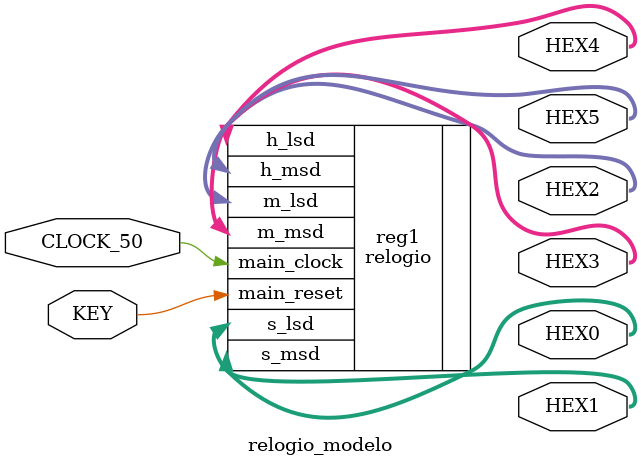
<source format=sv>
module relogio_modelo(
input CLOCK_50,
input KEY,
output logic [6:0] HEX0,
output logic [6:0] HEX1,
output logic [6:0] HEX2,
output logic [6:0] HEX3,
output logic [6:0] HEX4,
output logic [6:0] HEX5
);

relogio reg1(
.main_clock(CLOCK_50),
.main_reset(KEY),
.s_lsd(HEX0),
.s_msd(HEX1),
.m_lsd(HEX2),
.m_msd(HEX3),
.h_lsd(HEX4),
.h_msd(HEX5)
);

endmodule
</source>
